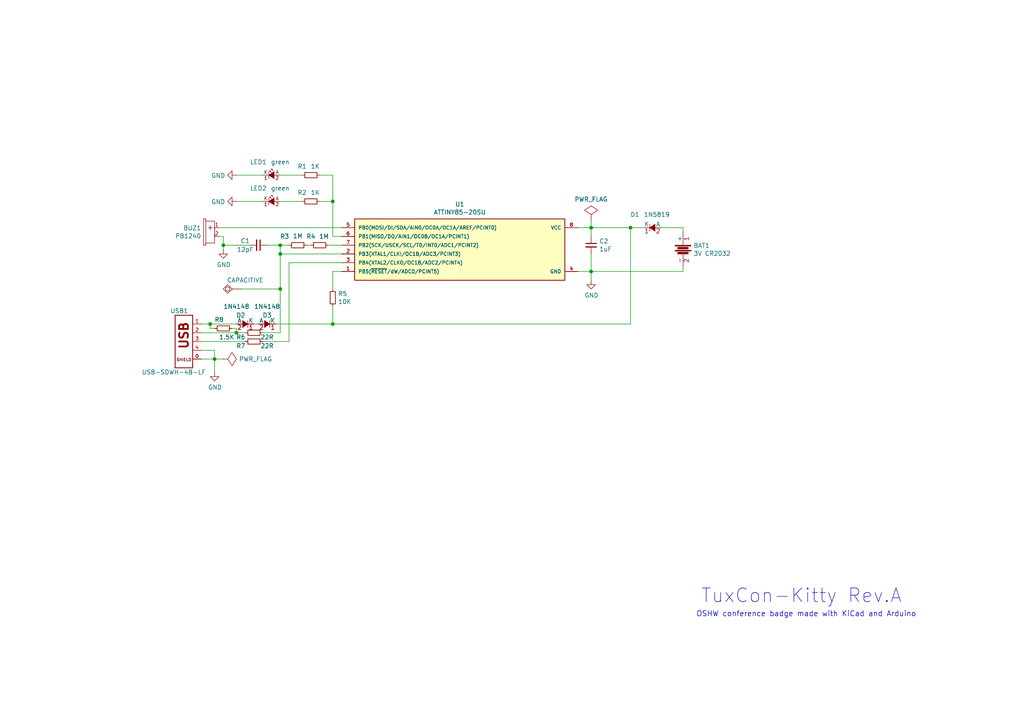
<source format=kicad_sch>
(kicad_sch (version 20230121) (generator eeschema)
  (paper "A4")
  (lib_symbols
    (symbol "TuxCon_Kitty_Rev_A-rescue:ATTINY85-20PU" (pin_names (offset 1.016))
      (property "Reference" "U" (at -29.21 10.16 0))
      (property "Value" "ATTINY85-20PU" (at 25.4 -10.16 0))
      (symbol "ATTINY85-20PU_0_1"
        (rectangle (start -30.48 8.89) (end 30.48 -8.89) (stroke (width 0.254)) (fill (type background)))
      )
      (symbol "ATTINY85-20PU_1_1"
        (pin bidirectional line (at -34.29 -6.35 0) (length 3.81) (name "PB5(~{RESET}/dW/ADC0/PCINT5)") (number "1"))
        (pin bidirectional line (at -34.29 -1.27 0) (length 3.81) (name "PB3(XTAL1/CLKI/OC1B/ADC3/PCINT3)") (number "2"))
        (pin bidirectional line (at -34.29 -3.81 0) (length 3.81) (name "PB4(XTAL2/CLKO/OC1B/ADC2/PCINT4)") (number "3"))
        (pin power_in line (at 34.29 -6.35 180) (length 3.81) (name "GND") (number "4"))
        (pin bidirectional line (at -34.29 6.35 0) (length 3.81) (name "PB0(MOSI/DI/SDA/AIN0/OC0A/OC1A/AREF/PCINT0)") (number "5"))
        (pin bidirectional line (at -34.29 3.81 0) (length 3.81) (name "PB1(MISO/DO/AIN1/OC0B/OC1A/PCINT1)") (number "6"))
        (pin bidirectional line (at -34.29 1.27 0) (length 3.81) (name "PB2(SCK/USCK/SCL/T0/INT0/ADC1/PCINT2)") (number "7"))
        (pin power_in line (at 34.29 6.35 180) (length 3.81) (name "VCC") (number "8"))
      )
    )
    (symbol "TuxCon_Kitty_Rev_A-rescue:Battery" (pin_names (offset 0))
      (property "Reference" "BAT" (at 2.54 1.27 0))
      (property "Value" "Battery" (at 2.54 -1.27 0))
      (symbol "Battery_0_1"
        (rectangle (start -2.286 -0.1778) (end 2.286 -0.4318) (fill (type outline)))
        (rectangle (start -2.286 1.27) (end 2.286 1.016) (fill (type outline)))
        (rectangle (start -1.5748 -0.762) (end 1.4732 -1.27) (fill (type outline)))
        (rectangle (start -1.5748 0.6858) (end 1.4732 0.1778) (fill (type outline)))
      )
      (symbol "Battery_1_1"
        (pin power_out line (at 0 5.08 270) (length 3.81) (name "+") (number "1"))
        (pin power_in line (at 0 -5.08 90) (length 3.81) (name "-") (number "2"))
      )
    )
    (symbol "TuxCon_Kitty_Rev_A-rescue:Buzzer_PB1221P" (pin_names (offset 1.016) hide)
      (property "Reference" "BUZ" (at -1.905 5.715 0))
      (property "Value" "Buzzer_PB1221P" (at -7.62 -4.445 0))
      (symbol "Buzzer_PB1221P_1_0"
        (polyline (pts (xy -1.27 -1.905) (xy -1.27 0.635)))
        (polyline (pts (xy -1.27 0) (xy -1.27 2.54)))
        (polyline (pts (xy -1.27 1.905) (xy -1.27 4.445)))
        (polyline (pts (xy -1.27 4.445) (xy 1.27 4.445)))
        (polyline (pts (xy -0.635 2.54) (xy 0 2.54)))
        (polyline (pts (xy 0 1.905) (xy 0 2.54)))
        (polyline (pts (xy 0 2.54) (xy 0 3.175)))
        (polyline (pts (xy 0.635 2.54) (xy 0 2.54)))
        (polyline (pts (xy 1.27 -2.54) (xy 1.27 -1.905)))
        (polyline (pts (xy 1.27 -2.54) (xy 1.27 5.08)))
        (polyline (pts (xy 1.27 -1.905) (xy -1.27 -1.905)))
        (polyline (pts (xy 1.27 4.445) (xy 1.27 5.08)))
        (polyline (pts (xy 1.27 5.08) (xy 1.905 5.08)))
        (polyline (pts (xy 1.905 -2.54) (xy 1.27 -2.54)))
        (polyline (pts (xy 1.905 5.08) (xy 1.905 -2.54)))
      )
      (symbol "Buzzer_PB1221P_1_1"
        (pin passive line (at -2.54 2.54 0) (length 1.27) (name "PLUS") (number "1"))
        (pin passive line (at -2.54 0 0) (length 1.27) (name "MINUS") (number "2"))
      )
    )
    (symbol "TuxCon_Kitty_Rev_A-rescue:C_Small" (pin_numbers hide) (pin_names (offset 0.254) hide)
      (property "Reference" "C" (at 0.254 1.778 0))
      (property "Value" "C_Small" (at 0.254 -2.032 0))
      (symbol "C_Small_0_1"
        (polyline (pts (xy -1.524 -0.508) (xy 1.524 -0.508)) (stroke (width 0.3302)))
        (polyline (pts (xy -1.524 0.508) (xy 1.524 0.508)) (stroke (width 0.3048)))
      )
      (symbol "C_Small_1_1"
        (pin passive line (at 0 2.54 270) (length 1.905) (name "~") (number "1"))
        (pin passive line (at 0 -2.54 90) (length 2.032) (name "~") (number "2"))
      )
    )
    (symbol "TuxCon_Kitty_Rev_A-rescue:D_Small" (pin_names (offset 0))
      (property "Reference" "D" (at -1.27 2.54 0))
      (property "Value" "D_Small" (at -3.81 -2.54 0))
      (symbol "D_Small_0_1"
        (polyline (pts (xy -0.762 -1.016) (xy -0.762 1.016)))
        (polyline (pts (xy 0.762 -1.016) (xy -0.762 0) (xy 0.762 1.016) (xy 0.762 -1.016)) (fill (type outline)))
      )
      (symbol "D_Small_1_1"
        (pin passive line (at -2.54 0 0) (length 1.778) (name "K") (number "1"))
        (pin passive line (at 2.54 0 180) (length 1.778) (name "A") (number "2"))
      )
    )
    (symbol "TuxCon_Kitty_Rev_A-rescue:GND" (power) (pin_names (offset 0))
      (property "Value" "GND" (at 0 -3.81 0))
      (symbol "GND_0_1"
        (polyline (pts (xy 0 0) (xy 0 -1.27) (xy 1.27 -1.27) (xy 0 -2.54) (xy -1.27 -1.27) (xy 0 -1.27)))
      )
      (symbol "GND_1_1"
        (pin power_in line (at 0 0 270) (length 0) hide (name "GND") (number "1"))
      )
    )
    (symbol "TuxCon_Kitty_Rev_A-rescue:LED_Small" (pin_names (offset 0))
      (property "Reference" "LED" (at -1.905 3.175 0))
      (property "Value" "LED_Small" (at -4.445 -2.54 0))
      (symbol "LED_Small_0_1"
        (polyline (pts (xy -0.762 -1.016) (xy -0.762 1.016)))
        (polyline (pts (xy 0.762 -1.016) (xy -0.762 0) (xy 0.762 1.016) (xy 0.762 -1.016)) (fill (type outline)))
        (polyline (pts (xy 0 0.762) (xy -0.508 1.27) (xy -0.254 1.27) (xy -0.508 1.27) (xy -0.508 1.016)))
        (polyline (pts (xy 0.508 1.27) (xy 0 1.778) (xy 0.254 1.778) (xy 0 1.778) (xy 0 1.524)))
      )
      (symbol "LED_Small_1_1"
        (pin passive line (at -2.54 0 0) (length 1.778) (name "K") (number "1"))
        (pin passive line (at 2.54 0 180) (length 1.778) (name "A") (number "2"))
      )
    )
    (symbol "TuxCon_Kitty_Rev_A-rescue:PWR_FLAG" (power) (pin_numbers hide) (pin_names (offset 0) hide)
      (property "Value" "PWR_FLAG" (at 0 4.572 0))
      (symbol "PWR_FLAG_0_0"
        (pin power_out line (at 0 0 90) (length 0) (name "pwr") (number "1"))
      )
      (symbol "PWR_FLAG_0_1"
        (polyline (pts (xy 0 0) (xy 0 1.27) (xy -1.905 2.54) (xy 0 3.81) (xy 1.905 2.54) (xy 0 1.27)))
      )
    )
    (symbol "TuxCon_Kitty_Rev_A-rescue:R_Small" (pin_numbers hide) (pin_names (offset 0.254) hide)
      (property "Reference" "R" (at 0.762 0.508 0))
      (property "Value" "R_Small" (at 0.762 -1.016 0))
      (symbol "R_Small_0_1"
        (rectangle (start -0.762 1.778) (end 0.762 -1.778) (stroke (width 0.2032)))
      )
      (symbol "R_Small_1_1"
        (pin passive line (at 0 2.54 270) (length 0.762) (name "~") (number "1"))
        (pin passive line (at 0 -2.54 90) (length 0.762) (name "~") (number "2"))
      )
    )
    (symbol "TuxCon_Kitty_Rev_A-rescue:TESTPAD" (pin_numbers hide) (pin_names (offset 0) hide)
      (property "Reference" "TESTPAD" (at -2.54 1.524 0))
      (symbol "TESTPAD_1_0"
        (polyline (pts (xy 0 0) (xy 1.27 -1.27)))
        (polyline (pts (xy 1.27 -1.27) (xy 2.54 0)))
        (polyline (pts (xy 1.27 1.27) (xy 0 0)))
        (polyline (pts (xy 2.54 0) (xy 1.27 1.27)))
      )
      (symbol "TESTPAD_1_1"
        (circle (center 1.27 0) (radius 0.635))
        (pin passive line (at -2.54 0 0) (length 2.54) (name "Pad") (number "1"))
      )
    )
    (symbol "TuxCon_Kitty_Rev_A-rescue:USB_A_VERTICAL" (pin_names (offset 1.016) hide)
      (property "Reference" "USB_HOST" (at -5.08 8.89 0))
      (property "Value" "USB_A_VERTICAL" (at -7.62 -10.16 0))
      (symbol "USB_A_VERTICAL_1_0"
        (polyline (pts (xy -2.54 -7.62) (xy 2.54 -7.62)) (stroke (width 0.254)))
        (polyline (pts (xy -2.54 7.62) (xy -2.54 -7.62)) (stroke (width 0.254)))
        (polyline (pts (xy 2.54 -7.62) (xy 2.54 7.62)) (stroke (width 0.254)))
        (polyline (pts (xy 2.54 7.62) (xy -2.54 7.62)) (stroke (width 0.254)))
        (text "SHIELD" (at 0 -5.2578 0) (effects (font (size 0.8128 0.8128))))
        (text "USB" (at 0 1.778 900) (effects (font (size 2.54 2.54) bold)))
      )
      (symbol "USB_A_VERTICAL_1_1"
        (pin input line (at -5.08 -5.08 0) (length 2.54) (name "5") (number "0"))
        (pin input line (at -5.08 -5.08 0) (length 2.54) (name "5") (number "0"))
        (pin passive line (at -5.08 5.08 0) (length 2.54) (name "1") (number "1"))
        (pin passive line (at -5.08 2.54 0) (length 2.54) (name "2") (number "2"))
        (pin passive line (at -5.08 0 0) (length 2.54) (name "3") (number "3"))
        (pin passive line (at -5.08 -2.54 0) (length 2.54) (name "4") (number "4"))
      )
    )
  )
  (junction (at 68.58 96.52))
  (junction (at 171.45 66.04))
  (junction (at 182.88 66.04))
  (junction (at 81.28 73.66))
  (junction (at 64.77 71.12))
  (junction (at 96.52 93.98))
  (junction (at 81.28 83.82))
  (junction (at 62.23 104.14))
  (junction (at 96.52 58.42))
  (junction (at 60.96 93.98))
  (junction (at 171.45 78.74))
  (junction (at 81.28 71.12))
  (wire (pts (xy 96.52 50.8) (xy 92.71 50.8)))
  (wire (pts (xy 81.28 96.52) (xy 76.2 96.52)))
  (wire (pts (xy 81.28 50.8) (xy 87.63 50.8)))
  (wire (pts (xy 76.2 58.42) (xy 68.58 58.42)))
  (wire (pts (xy 191.77 66.04) (xy 198.12 66.04)))
  (wire (pts (xy 96.52 93.98) (xy 182.88 93.98)))
  (wire (pts (xy 96.52 88.9) (xy 96.52 93.98)))
  (wire (pts (xy 88.9 71.12) (xy 90.17 71.12)))
  (wire (pts (xy 171.45 78.74) (xy 198.12 78.74)))
  (wire (pts (xy 77.47 71.12) (xy 81.28 71.12)))
  (wire (pts (xy 171.45 73.66) (xy 171.45 78.74)))
  (wire (pts (xy 167.64 66.04) (xy 171.45 66.04)))
  (wire (pts (xy 62.23 101.6) (xy 62.23 104.14)))
  (wire (pts (xy 60.96 93.98) (xy 68.58 93.98)))
  (wire (pts (xy 96.52 68.58) (xy 99.06 68.58)))
  (wire (pts (xy 80.01 93.98) (xy 96.52 93.98)))
  (wire (pts (xy 76.2 99.06) (xy 83.82 99.06)))
  (wire (pts (xy 63.5 66.04) (xy 99.06 66.04)))
  (wire (pts (xy 171.45 78.74) (xy 171.45 81.28)))
  (wire (pts (xy 76.2 50.8) (xy 68.58 50.8)))
  (wire (pts (xy 83.82 99.06) (xy 83.82 76.2)))
  (wire (pts (xy 182.88 93.98) (xy 182.88 66.04)))
  (wire (pts (xy 58.42 101.6) (xy 62.23 101.6)))
  (wire (pts (xy 95.25 71.12) (xy 99.06 71.12)))
  (wire (pts (xy 171.45 63.5) (xy 171.45 66.04)))
  (wire (pts (xy 83.82 76.2) (xy 99.06 76.2)))
  (wire (pts (xy 81.28 71.12) (xy 81.28 73.66)))
  (wire (pts (xy 71.12 96.52) (xy 68.58 96.52)))
  (wire (pts (xy 198.12 66.04) (xy 198.12 67.31)))
  (wire (pts (xy 81.28 58.42) (xy 87.63 58.42)))
  (wire (pts (xy 64.77 71.12) (xy 64.77 72.39)))
  (wire (pts (xy 81.28 71.12) (xy 83.82 71.12)))
  (wire (pts (xy 67.31 95.25) (xy 68.58 95.25)))
  (wire (pts (xy 58.42 99.06) (xy 71.12 99.06)))
  (wire (pts (xy 81.28 73.66) (xy 81.28 83.82)))
  (wire (pts (xy 96.52 78.74) (xy 96.52 83.82)))
  (wire (pts (xy 60.96 95.25) (xy 60.96 93.98)))
  (wire (pts (xy 182.88 66.04) (xy 186.69 66.04)))
  (wire (pts (xy 99.06 73.66) (xy 81.28 73.66)))
  (wire (pts (xy 198.12 78.74) (xy 198.12 77.47)))
  (wire (pts (xy 58.42 104.14) (xy 62.23 104.14)))
  (wire (pts (xy 72.39 71.12) (xy 64.77 71.12)))
  (wire (pts (xy 62.23 104.14) (xy 62.23 107.95)))
  (wire (pts (xy 68.58 96.52) (xy 58.42 96.52)))
  (wire (pts (xy 81.28 83.82) (xy 69.85 83.82)))
  (wire (pts (xy 63.5 68.58) (xy 64.77 68.58)))
  (wire (pts (xy 73.66 93.98) (xy 74.93 93.98)))
  (wire (pts (xy 58.42 93.98) (xy 60.96 93.98)))
  (wire (pts (xy 171.45 66.04) (xy 171.45 68.58)))
  (wire (pts (xy 81.28 83.82) (xy 81.28 96.52)))
  (wire (pts (xy 62.23 95.25) (xy 60.96 95.25)))
  (wire (pts (xy 96.52 50.8) (xy 96.52 58.42)))
  (wire (pts (xy 96.52 58.42) (xy 92.71 58.42)))
  (wire (pts (xy 99.06 78.74) (xy 96.52 78.74)))
  (wire (pts (xy 171.45 66.04) (xy 182.88 66.04)))
  (wire (pts (xy 64.77 68.58) (xy 64.77 71.12)))
  (wire (pts (xy 62.23 104.14) (xy 64.77 104.14)))
  (wire (pts (xy 96.52 58.42) (xy 96.52 68.58)))
  (wire (pts (xy 167.64 78.74) (xy 171.45 78.74)))
  (wire (pts (xy 68.58 95.25) (xy 68.58 96.52)))
  (text "TuxCon-Kitty Rev.A" (at 203.2 175.26 0) (effects (font (size 3.9878 3.9878)) (justify left bottom)))
  (text "OSHW conference badge made with KiCad and Arduino" (at 201.93 179.07 0) (effects (font (size 1.524 1.524)) (justify left bottom)))
  (symbol (lib_id "TuxCon_Kitty_Rev_A-rescue:ATTINY85-20PU") (at 133.35 72.39 0) (unit 1)
    (property "Reference" "U1" (at 133.35 59.2582 0))
    (property "Value" "ATTINY85-20SU" (at 133.35 61.5696 0))
    (property "Footprint" "OLIMEX_IC-FP:SOIC-8" (effects hide))
  )
  (symbol (lib_id "TuxCon_Kitty_Rev_A-rescue:Buzzer_PB1221P") (at 60.96 68.58 0) (mirror y) (unit 1)
    (property "Reference" "BUZ1" (at 58.3692 66.1416 0) (effects (justify left)))
    (property "Value" "PB1240" (at 58.3692 68.453 0) (effects (justify left)))
    (property "Footprint" "OLIMEX_Other-FP:MIC" (effects hide))
  )
  (symbol (lib_id "TuxCon_Kitty_Rev_A-rescue:GND") (at 64.77 72.39 0) (unit 1)
    (property "Reference" "#PWR3" (effects hide))
    (property "Value" "GND" (at 64.897 76.7842 0))
  )
  (symbol (lib_id "TuxCon_Kitty_Rev_A-rescue:R_Small") (at 86.36 71.12 270) (unit 1)
    (property "Reference" "R3" (at 82.55 68.58 90))
    (property "Value" "1M" (at 86.36 68.453 90))
    (property "Footprint" "OLIMEX_RLC-FP:R_1206_5MIL_DWS" (effects hide))
  )
  (symbol (lib_id "TuxCon_Kitty_Rev_A-rescue:C_Small") (at 74.93 71.12 270) (unit 1)
    (property "Reference" "C1" (at 71.12 69.85 90))
    (property "Value" "12pF" (at 71.12 72.39 90))
    (property "Footprint" "OLIMEX_RLC-FP:C_1206_5MIL_DWS" (effects hide))
  )
  (symbol (lib_id "TuxCon_Kitty_Rev_A-rescue:TESTPAD") (at 67.31 83.82 180) (unit 1)
    (property "Reference" "CAPACITIVE" (at 71.12 81.28 0))
    (property "Value" "TESTPAD" (effects hide))
    (property "Footprint" "OLIMEX_TestPoints-FP:TP_SMD_10.00x8.00mm" (effects hide))
  )
  (symbol (lib_id "TuxCon_Kitty_Rev_A-rescue:C_Small") (at 171.45 71.12 0) (unit 1)
    (property "Reference" "C2" (at 173.7868 69.9516 0) (effects (justify left)))
    (property "Value" "1uF" (at 173.7868 72.263 0) (effects (justify left)))
    (property "Footprint" "OLIMEX_RLC-FP:C_1206_5MIL_DWS" (effects hide))
  )
  (symbol (lib_id "TuxCon_Kitty_Rev_A-rescue:USB_A_VERTICAL") (at 53.34 99.06 0) (mirror y) (unit 1)
    (property "Reference" "USB1" (at 54.61 90.17 0) (effects (justify left)))
    (property "Value" "USB-SDWH-4B-LF" (at 59.69 107.95 0) (effects (justify left)))
    (property "Footprint" "OLIMEX_Connectors-FP:USB_Mini-B" (effects hide))
  )
  (symbol (lib_id "TuxCon_Kitty_Rev_A-rescue:R_Small") (at 73.66 96.52 270) (unit 1)
    (property "Reference" "R6" (at 69.85 97.79 90))
    (property "Value" "22R" (at 77.47 97.79 90))
    (property "Footprint" "OLIMEX_RLC-FP:R_1206_5MIL_DWS" (effects hide))
  )
  (symbol (lib_id "TuxCon_Kitty_Rev_A-rescue:R_Small") (at 73.66 99.06 270) (unit 1)
    (property "Reference" "R7" (at 69.85 100.33 90))
    (property "Value" "22R" (at 77.47 100.33 90))
    (property "Footprint" "OLIMEX_RLC-FP:R_1206_5MIL_DWS" (effects hide))
  )
  (symbol (lib_id "TuxCon_Kitty_Rev_A-rescue:R_Small") (at 90.17 50.8 270) (unit 1)
    (property "Reference" "R1" (at 87.63 48.26 90))
    (property "Value" "1K" (at 91.44 48.26 90))
    (property "Footprint" "OLIMEX_RLC-FP:R_1206_5MIL_DWS" (effects hide))
  )
  (symbol (lib_id "TuxCon_Kitty_Rev_A-rescue:LED_Small") (at 78.74 50.8 0) (unit 1)
    (property "Reference" "LED1" (at 74.93 46.99 0))
    (property "Value" "green" (at 81.28 46.99 0))
    (property "Footprint" "OLIMEX_LEDs-FP:LED-3mm-PTH-KA" (effects hide))
  )
  (symbol (lib_id "TuxCon_Kitty_Rev_A-rescue:GND") (at 68.58 50.8 270) (unit 1)
    (property "Reference" "#PWR1" (effects hide))
    (property "Value" "GND" (at 65.3288 50.927 90) (effects (justify right)))
  )
  (symbol (lib_id "TuxCon_Kitty_Rev_A-rescue:R_Small") (at 90.17 58.42 270) (unit 1)
    (property "Reference" "R2" (at 87.63 55.88 90))
    (property "Value" "1K" (at 91.44 55.88 90))
    (property "Footprint" "OLIMEX_RLC-FP:R_1206_5MIL_DWS" (effects hide))
  )
  (symbol (lib_id "TuxCon_Kitty_Rev_A-rescue:LED_Small") (at 78.74 58.42 0) (unit 1)
    (property "Reference" "LED2" (at 74.93 54.61 0))
    (property "Value" "green" (at 81.28 54.61 0))
    (property "Footprint" "OLIMEX_LEDs-FP:LED-3mm-PTH-KA" (effects hide))
  )
  (symbol (lib_id "TuxCon_Kitty_Rev_A-rescue:GND") (at 68.58 58.42 270) (unit 1)
    (property "Reference" "#PWR2" (effects hide))
    (property "Value" "GND" (at 65.3288 58.547 90) (effects (justify right)))
  )
  (symbol (lib_id "TuxCon_Kitty_Rev_A-rescue:D_Small") (at 71.12 93.98 180) (unit 1)
    (property "Reference" "D2" (at 69.85 91.44 0))
    (property "Value" "1N4148" (at 68.58 88.9 0))
    (property "Footprint" "OLIMEX_Diodes-FP:SOD80C-4148-KA" (effects hide))
  )
  (symbol (lib_id "TuxCon_Kitty_Rev_A-rescue:D_Small") (at 77.47 93.98 180) (unit 1)
    (property "Reference" "D3" (at 77.47 91.44 0))
    (property "Value" "1N4148" (at 77.47 88.9 0))
    (property "Footprint" "OLIMEX_Diodes-FP:SOD80C-4148-KA" (effects hide))
  )
  (symbol (lib_id "TuxCon_Kitty_Rev_A-rescue:D_Small") (at 189.23 66.04 0) (unit 1)
    (property "Reference" "D1" (at 184.15 62.23 0))
    (property "Value" "1N5819" (at 190.5 62.23 0))
    (property "Footprint" "OLIMEX_Diodes-FP:SOD80C-4148-KA" (effects hide))
  )
  (symbol (lib_id "TuxCon_Kitty_Rev_A-rescue:GND") (at 62.23 107.95 0) (unit 1)
    (property "Reference" "#PWR5" (effects hide))
    (property "Value" "GND" (at 62.357 112.3442 0))
  )
  (symbol (lib_id "TuxCon_Kitty_Rev_A-rescue:R_Small") (at 96.52 86.36 0) (unit 1)
    (property "Reference" "R5" (at 98.0186 85.1916 0) (effects (justify left)))
    (property "Value" "10K" (at 98.0186 87.503 0) (effects (justify left)))
    (property "Footprint" "OLIMEX_RLC-FP:R_1206_5MIL_DWS" (effects hide))
  )
  (symbol (lib_id "TuxCon_Kitty_Rev_A-rescue:R_Small") (at 92.71 71.12 270) (unit 1)
    (property "Reference" "R4" (at 90.17 68.58 90))
    (property "Value" "1M" (at 93.98 68.58 90))
    (property "Footprint" "OLIMEX_RLC-FP:R_1206_5MIL_DWS" (effects hide))
  )
  (symbol (lib_id "TuxCon_Kitty_Rev_A-rescue:Battery") (at 198.12 72.39 0) (unit 1)
    (property "Reference" "BAT1" (at 201.1172 71.2216 0) (effects (justify left)))
    (property "Value" "3V CR2032" (at 201.1172 73.533 0) (effects (justify left)))
    (property "Footprint" "OLIMEX_Connectors-FP:CR2032H_PTH" (effects hide))
  )
  (symbol (lib_id "TuxCon_Kitty_Rev_A-rescue:PWR_FLAG") (at 64.77 104.14 270) (unit 1)
    (property "Reference" "#FLG2" (effects hide))
    (property "Value" "PWR_FLAG" (at 69.2912 104.14 90) (effects (justify left)))
  )
  (symbol (lib_id "TuxCon_Kitty_Rev_A-rescue:PWR_FLAG") (at 171.45 63.5 0) (unit 1)
    (property "Reference" "#FLG1" (effects hide))
    (property "Value" "PWR_FLAG" (at 171.45 57.8104 0))
  )
  (symbol (lib_id "TuxCon_Kitty_Rev_A-rescue:GND") (at 171.45 81.28 0) (unit 1)
    (property "Reference" "#PWR4" (effects hide))
    (property "Value" "GND" (at 171.577 85.6742 0))
  )
  (symbol (lib_id "TuxCon_Kitty_Rev_A-rescue:R_Small") (at 64.77 95.25 270) (unit 1)
    (property "Reference" "R8" (at 62.23 92.71 90) (effects (justify left)))
    (property "Value" "1.5K" (at 63.5 97.79 90) (effects (justify left)))
    (property "Footprint" "OLIMEX_RLC-FP:R_1206_5MIL_DWS" (effects hide))
  )
)
</source>
